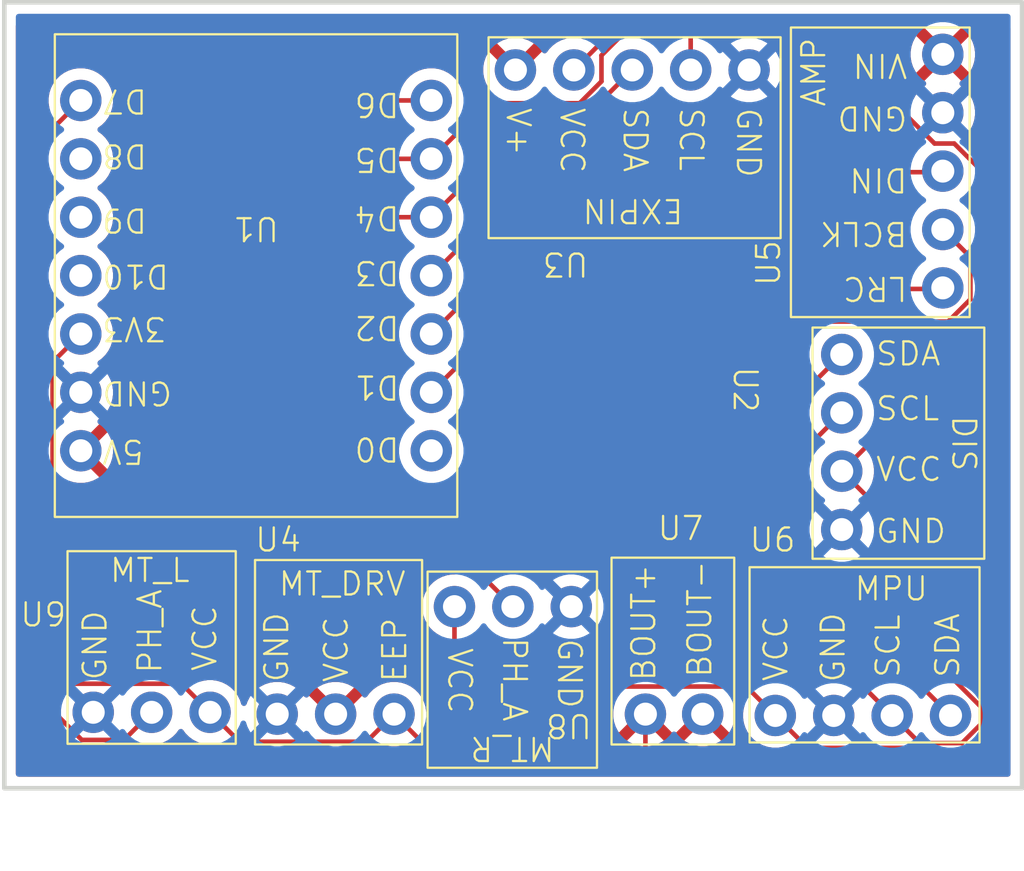
<source format=kicad_pcb>
(kicad_pcb (version 20241229) (generator "pcbnew") (generator_version "9.0")
  (layers (0 "F.Cu" signal) (2 "B.Cu" signal) (13 "F.Paste" user) (15 "B.Paste" user) (5 "F.SilkS" user "F.Silkscreen") (7 "B.SilkS" user "B.Silkscreen") (1 "F.Mask" user) (3 "B.Mask" user) (25 "Edge.Cuts" user))
  (net 0 "")
  (net 1 "Net-(U1-D6)")
  (net 3 "Net-(U1-D1)")
  (net 4 "Net-(U1-D3)")
  (net 6 "+3.3V")
  (net 7 "Net-(U1-D4)")
  (net 8 "Net-(U1-D7)")
  (net 9 "+5V")
  (net 10 "Net-(U1-D5)")
  (net 13 "GND")
  (net 14 "Net-(U1-D2)")
  (footprint "Library:MPU6050" (layer "F.Cu") (at 175.6976 85.5588)
    (property "Reference" "U6" (at -5.1976 -2.5588 0) (layer "F.SilkS") (effects (font (thickness 0.1))))
    (property "Value" "~" (hide yes))
    (fp_rect (start -6.1976 -1.3716) (end 3.8024 6.254) (stroke (width 0.1)) (fill no) (layer "F.SilkS"))
    (fp_text user "MPU" (at -1.6976 0.1524 0) (layer "F.SilkS") (effects (font (thickness 0.1)) (justify left bottom)))
    (fp_text user "GND" (at -1.9812 3.7084 90) (layer "F.SilkS") (effects (font (thickness 0.1)) (justify left bottom)))
    (fp_text user "VCC" (at -4.4704 3.6576 90) (layer "F.SilkS") (effects (font (thickness 0.1)) (justify left bottom)))
    (fp_text user "SCL" (at 0.4064 3.5052 90) (layer "F.SilkS") (effects (font (thickness 0.1)) (justify left bottom)))
    (fp_text user "SDA" (at 2.9972 3.5052 90) (layer "F.SilkS") (effects (font (thickness 0.1)) (justify left bottom)))
    (pad "1" thru_hole circle (at -5.08 5.08) (size 1.8 1.8) (drill 1) (layers "*.Cu" "*.Mask") (net 6 "+3.3V"))
    (pad "2" thru_hole circle (at -2.54 5.08) (size 1.8 1.8) (drill 1) (layers "*.Cu" "*.Mask") (net 13 "GND"))
    (pad "3" thru_hole circle (at 0 5.08) (size 1.8 1.8) (drill 1) (layers "*.Cu" "*.Mask") (net 10 "Net-(U1-D5)"))
    (pad "4" thru_hole circle (at 2.54 5.08) (size 1.8 1.8) (drill 1) (layers "*.Cu" "*.Mask") (net 7 "Net-(U1-D4)"))
  )
  (footprint "Library:Motor_Driver" (layer "F.Cu") (at 151.5 85.5)
    (property "Reference" "U4" (at -2.5 -2.5 0) (layer "F.SilkS") (effects (font (thickness 0.1))))
    (property "Value" "~")
    (fp_rect (start -3.5052 -1.6256) (end 3.7592 6.4008) (stroke (width 0.1)) (fill no) (layer "F.SilkS"))
    (fp_text user "VCC" (at 0.6096 3.7592 90) (layer "F.SilkS") (effects (font (thickness 0.1)) (justify left bottom)))
    (fp_text user "MT_DRV" (at -2.54 0 0) (layer "F.SilkS") (effects (font (thickness 0.1)) (justify left bottom)))
    (fp_text user "EEP" (at 3.1496 3.7592 90) (layer "F.SilkS") (effects (font (thickness 0.1)) (justify left bottom)))
    (fp_text user "GND" (at -1.9812 3.7592 90) (layer "F.SilkS") (effects (font (thickness 0.1)) (justify left bottom)))
    (pad "3" thru_hole circle (at -2.54 5.08) (size 1.8 1.8) (drill 1) (layers "*.Cu" "*.Mask") (net 13 "GND"))
    (pad "4" thru_hole circle (at 0 5.08) (size 1.8 1.8) (drill 1) (layers "*.Cu" "*.Mask") (net 9 "+5V"))
    (pad "12" thru_hole circle (at 2.54 5.08) (size 1.8 1.8) (drill 1) (layers "*.Cu" "*.Mask") (net 6 "+3.3V"))
  )
  (footprint "Library:ESP32S3" (layer "F.Cu") (at 145.5 71.5 180)
    (property "Reference" "U1" (at -2.54 2.04 180) (layer "F.SilkS") (effects (font (thickness 0.1))))
    (property "Value" "~")
    (fp_rect (start -11.29 -10.5) (end 6.21 10.5) (stroke (width 0.1)) (fill no) (layer "F.SilkS"))
    (fp_text user "D4" (at -8.8392 3.0988 180) (layer "F.SilkS") (effects (font (thickness 0.1)) (justify left bottom)))
    (fp_text user "D9" (at 2.1336 2.9972 180) (layer "F.SilkS") (effects (font (thickness 0.1)) (justify left bottom)))
    (fp_text user "D5" (at -8.8392 5.6388 180) (layer "F.SilkS") (effects (font (thickness 0.1)) (justify left bottom)))
    (fp_text user "3V3" (at 1.324076 -1.7272 180) (layer "F.SilkS") (effects (font (thickness 0.1)) (justify left bottom)))
    (fp_text user "D7" (at 2.1336 8.1788 180) (layer "F.SilkS") (effects (font (thickness 0.1)) (justify left bottom)))
    (fp_text user "GND" (at 1.038362 -4.5212 180) (layer "F.SilkS") (effects (font (thickness 0.1)) (justify left bottom)))
    (fp_text user "D0" (at -8.8392 -6.9596 180) (layer "F.SilkS") (effects (font (thickness 0.1)) (justify left bottom)))
    (fp_text user "D1" (at -8.8392 -4.2672 180) (layer "F.SilkS") (effects (font (thickness 0.1)) (justify left bottom)))
    (fp_text user "D8" (at 2.1336 5.7912 180) (layer "F.SilkS") (effects (font (thickness 0.1)) (justify left bottom)))
    (fp_text user "D10" (at 1.181219 0.5588 180) (layer "F.SilkS") (effects (font (thickness 0.1)) (justify left bottom)))
    (fp_text user "D3" (at -8.8392 0.7112 180) (layer "F.SilkS") (effects (font (thickness 0.1)) (justify left bottom)))
    (fp_text user "D2" (at -8.8392 -1.6764 180) (layer "F.SilkS") (effects (font (thickness 0.1)) (justify left bottom)))
    (fp_text user "5V" (at 2.276457 -7.0612 180) (layer "F.SilkS") (effects (font (thickness 0.1)) (justify left bottom)))
    (fp_text user "D6" (at -8.8392 8.0264 180) (layer "F.SilkS") (effects (font (thickness 0.1)) (justify left bottom)))
    (pad "0" thru_hole circle (at -10.16 -7.62 180) (size 1.8 1.8) (drill 1) (layers "*.Cu" "*.Mask"))
    (pad "1" thru_hole circle (at -10.16 -5.08 180) (size 1.8 1.8) (drill 1) (layers "*.Cu" "*.Mask") (net 3 "Net-(U1-D1)"))
    (pad "2" thru_hole circle (at -10.16 -2.54 180) (size 1.8 1.8) (drill 1) (layers "*.Cu" "*.Mask") (net 14 "Net-(U1-D2)"))
    (pad "3" thru_hole circle (at -10.16 0 180) (size 1.8 1.8) (drill 1) (layers "*.Cu" "*.Mask") (net 4 "Net-(U1-D3)"))
    (pad "4" thru_hole circle (at -10.16 2.54 180) (size 1.8 1.8) (drill 1) (layers "*.Cu" "*.Mask") (net 7 "Net-(U1-D4)"))
    (pad "5" thru_hole circle (at -10.16 5.08 180) (size 1.8 1.8) (drill 1) (layers "*.Cu" "*.Mask") (net 10 "Net-(U1-D5)"))
    (pad "6" thru_hole circle (at -10.16 7.62 180) (size 1.8 1.8) (drill 1) (layers "*.Cu" "*.Mask") (net 1 "Net-(U1-D6)"))
    (pad "7" thru_hole circle (at 5.08 7.62) (size 1.8 1.8) (drill 1) (layers "*.Cu" "*.Mask") (net 8 "Net-(U1-D7)"))
    (pad "8" thru_hole circle (at 5.08 5.08) (size 1.8 1.8) (drill 1) (layers "*.Cu" "*.Mask"))
    (pad "9" thru_hole circle (at 5.08 2.54) (size 1.8 1.8) (drill 1) (layers "*.Cu" "*.Mask"))
    (pad "10" thru_hole circle (at 5.08 0) (size 1.8 1.8) (drill 1) (layers "*.Cu" "*.Mask"))
    (pad "11" thru_hole circle (at 5.08 -2.54) (size 1.8 1.8) (drill 1) (layers "*.Cu" "*.Mask") (net 6 "+3.3V"))
    (pad "12" thru_hole circle (at 5.08 -5.08) (size 1.8 1.8) (drill 1) (layers "*.Cu" "*.Mask") (net 13 "GND"))
    (pad "13" thru_hole circle (at 5.08 -7.62) (size 1.8 1.8) (drill 1) (layers "*.Cu" "*.Mask") (net 9 "+5V"))
  )
  (footprint "Library:Amplifier" (layer "F.Cu") (at 172.8216 66.9544 90)
    (property "Reference" "U5" (at -4 -2.5 90) (layer "F.SilkS") (effects (font (thickness 0.1))))
    (property "Value" "~")
    (fp_rect (start -6.35 -1.524) (end 6.2484 6.2484) (stroke (width 0.1)) (fill no) (layer "F.SilkS"))
    (fp_text user "AMP" (at 2.7432 0.0508 90) (layer "F.SilkS") (effects (font (thickness 0.1)) (justify left bottom)))
    (fp_text user "DIN" (at 0.2032 3.6068 180) (layer "F.SilkS") (effects (font (thickness 0.1)) (justify left bottom)))
    (fp_text user "VIN" (at 5.1816 3.6068 180) (layer "F.SilkS") (effects (font (thickness 0.1)) (justify left bottom)))
    (fp_text user "BCLK" (at -2.1336 3.6068 180) (layer "F.SilkS") (effects (font (thickness 0.1)) (justify left bottom)))
    (fp_text user "GND" (at 2.8956 3.6068 180) (layer "F.SilkS") (effects (font (thickness 0.1)) (justify left bottom)))
    (fp_text user "LRC" (at -4.5212 3.6068 180) (layer "F.SilkS") (effects (font (thickness 0.1)) (justify left bottom)))
    (pad "1" thru_hole circle (at -5.08 5.08 90) (size 1.8 1.8) (drill 1) (layers "*.Cu" "*.Mask") (net 14 "Net-(U1-D2)"))
    (pad "2" thru_hole circle (at -2.54 5.08 90) (size 1.8 1.8) (drill 1) (layers "*.Cu" "*.Mask") (net 3 "Net-(U1-D1)"))
    (pad "3" thru_hole circle (at 0 5.08 90) (size 1.8 1.8) (drill 1) (layers "*.Cu" "*.Mask") (net 4 "Net-(U1-D3)"))
    (pad "4" thru_hole circle (at 2.54 5.08 90) (size 1.8 1.8) (drill 1) (layers "*.Cu" "*.Mask") (net 13 "GND"))
    (pad "5" thru_hole circle (at 5.08 5.08 90) (size 1.8 1.8) (drill 1) (layers "*.Cu" "*.Mask") (net 9 "+5V"))
  )
  (footprint "Library:Booster" (layer "F.Cu") (at 170 85.5)
    (property "Reference" "U7" (at -3.5 -3 0) (layer "F.SilkS") (effects (font (thickness 0.1))))
    (property "Value" "~")
    (fp_rect (start -6.5024 -1.7272) (end -1.1684 6.4008) (stroke (width 0.1)) (fill no) (layer "F.SilkS"))
    (fp_text user "BOUT+" (at -4.5212 3.7084 90) (layer "F.SilkS") (effects (font (thickness 0.1)) (justify left bottom)))
    (fp_text user "BOUT-" (at -2.0828 3.556 90) (layer "F.SilkS") (effects (font (thickness 0.1)) (justify left bottom)))
    (pad "1" thru_hole circle (at -5.0292 5.08) (size 1.8 1.8) (drill 1) (layers "*.Cu" "*.Mask") (net 9 "+5V"))
    (pad "1" thru_hole circle (at -2.54 5.08) (size 1.8 1.8) (drill 1) (layers "*.Cu" "*.Mask") (net 9 "+5V"))
  )
  (footprint "Library:OLED_Display" (layer "F.Cu") (at 178.5874 80.01 -90)
    (property "Reference" "U2" (at -3.556 9.271 270) (layer "F.SilkS") (effects (font (thickness 0.1))))
    (property "Value" "~")
    (fp_rect (start -6.2484 -1.1176) (end 3.81 6.35) (stroke (width 0.1)) (fill no) (layer "F.SilkS"))
    (fp_text user "GND" (at 3.2004 3.6576 0) (layer "F.SilkS") (effects (font (thickness 0.1)) (justify left bottom)))
    (fp_text user "VCC" (at 0.508 3.6576 0) (layer "F.SilkS") (effects (font (thickness 0.1)) (justify left bottom)))
    (fp_text user "SCL" (at -2.1336 3.6576 0) (layer "F.SilkS") (effects (font (thickness 0.1)) (justify left bottom)))
    (fp_text user "SDA" (at -4.5212 3.6576 0) (layer "F.SilkS") (effects (font (thickness 0.1)) (justify left bottom)))
    (fp_text user "DIS" (at -2.4892 0.3556 270) (layer "F.SilkS") (effects (font (thickness 0.1)) (justify left bottom)))
    (pad "1" thru_hole circle (at -5.08 5.08 270) (size 1.8 1.8) (drill 1) (layers "*.Cu" "*.Mask") (net 7 "Net-(U1-D4)"))
    (pad "2" thru_hole circle (at -2.54 5.08 270) (size 1.8 1.8) (drill 1) (layers "*.Cu" "*.Mask") (net 10 "Net-(U1-D5)"))
    (pad "3" thru_hole circle (at 0 5.08 270) (size 1.8 1.8) (drill 1) (layers "*.Cu" "*.Mask") (net 6 "+3.3V"))
    (pad "4" thru_hole circle (at 2.54 5.08 270) (size 1.8 1.8) (drill 1) (layers "*.Cu" "*.Mask") (net 13 "GND"))
  )
  (footprint "Library:Motor_R" (layer "F.Cu") (at 159.2072 90.9828 180)
    (property "Reference" "U8" (at -2.4384 -0.1016 180) (layer "F.SilkS") (effects (font (thickness 0.1))))
    (property "Value" "~")
    (fp_rect (start -3.6576 -1.9304) (end 3.7084 6.604) (stroke (width 0.1)) (fill no) (layer "F.SilkS"))
    (fp_text user "PH_A" (at 0.508 3.81 270) (layer "F.SilkS") (effects (font (thickness 0.1)) (justify left bottom)))
    (fp_text user "GND" (at -1.8796 3.7592 270) (layer "F.SilkS") (effects (font (thickness 0.1)) (justify left bottom)))
    (fp_text user "VCC" (at 2.8956 3.3528 270) (layer "F.SilkS") (effects (font (thickness 0.1)) (justify left bottom)))
    (fp_text user "MT_R" (at -1.8796 -0.508 180) (layer "F.SilkS") (effects (font (thickness 0.1)) (justify left bottom)))
    (pad "2" thru_hole circle (at -2.54 5.08 180) (size 1.8 1.8) (drill 1) (layers "*.Cu" "*.Mask") (net 13 "GND"))
    (pad "4" thru_hole circle (at 0 5.08 180) (size 1.8 1.8) (drill 1) (layers "*.Cu" "*.Mask") (net 1 "Net-(U1-D6)"))
    (pad "5" thru_hole circle (at 2.54 5.08 180) (size 1.8 1.8) (drill 1) (layers "*.Cu" "*.Mask") (net 6 "+3.3V"))
  )
  (footprint "Library:Motor_L" (layer "F.Cu") (at 140.6552 94.5132)
    (property "Reference" "U9" (at -1.8696 -8.2548 0) (layer "F.SilkS") (effects (font (thickness 0.1))))
    (property "Value" "~")
    (fp_rect (start -0.8128 -11.0236) (end 6.5024 -2.6416) (stroke (width 0.1)) (fill no) (layer "F.SilkS"))
    (fp_text user "MT_L" (at 0.9652 -9.6012 0) (layer "F.SilkS") (effects (font (thickness 0.1)) (justify left bottom)))
    (fp_text user "VCC" (at 5.7404 -5.7404 90) (layer "F.SilkS") (effects (font (thickness 0.1)) (justify left bottom)))
    (fp_text user "PH_A" (at 3.3528 -5.6388 90) (layer "F.SilkS") (effects (font (thickness 0.1)) (justify left bottom)))
    (fp_text user "GND" (at 0.9652 -5.334 90) (layer "F.SilkS") (effects (font (thickness 0.1)) (justify left bottom)))
    (pad "2" thru_hole circle (at 0.3048 -4.0132) (size 1.8 1.8) (drill 1) (layers "*.Cu" "*.Mask") (net 13 "GND"))
    (pad "4" thru_hole circle (at 2.8448 -4.0132) (size 1.8 1.8) (drill 1) (layers "*.Cu" "*.Mask") (net 8 "Net-(U1-D7)"))
    (pad "5" thru_hole circle (at 5.3848 -4.0132) (size 1.8 1.8) (drill 1) (layers "*.Cu" "*.Mask") (net 6 "+3.3V"))
  )
  (footprint "Library:Extension" (layer "F.Cu") (at 166.9384 67.6336 180)
    (property "Reference" "U3" (at 5.4384 -3.3664 180) (layer "F.SilkS") (effects (font (thickness 0.1))))
    (property "Value" "~")
    (fp_rect (start -3.9116 -2.2352) (end 8.7884 6.5024) (stroke (width 0.1)) (fill no) (layer "F.SilkS"))
    (fp_text user "SDA" (at 2.9972 3.5052 270) (layer "F.SilkS") (effects (font (thickness 0.1)) (justify left bottom)))
    (fp_text user "EXPIN" (at 0.254 -0.4572 180) (layer "F.SilkS") (effects (font (thickness 0.1)) (justify left bottom)))
    (fp_text user "SCL" (at 0.5588 3.5052 270) (layer "F.SilkS") (effects (font (thickness 0.1)) (justify left bottom)))
    (fp_text user "GND" (at -1.9304 3.5052 270) (layer "F.SilkS") (effects (font (thickness 0.1)) (justify left bottom)))
    (fp_text user "VCC" (at 5.7404 3.5052 270) (layer "F.SilkS") (effects (font (thickness 0.1)) (justify left bottom)))
    (fp_text user "V+" (at 8.0772 3.5052 270) (layer "F.SilkS") (effects (font (thickness 0.1)) (justify left bottom)))
    (pad "16" thru_hole circle (at 7.62 5.08 180) (size 1.8 1.8) (drill 1) (layers "*.Cu" "*.Mask") (net 9 "+5V"))
    (pad "17" thru_hole circle (at 5.08 5.08 180) (size 1.8 1.8) (drill 1) (layers "*.Cu" "*.Mask") (net 6 "+3.3V"))
    (pad "18" thru_hole circle (at 2.54 5.08 180) (size 1.8 1.8) (drill 1) (layers "*.Cu" "*.Mask") (net 7 "Net-(U1-D4)"))
    (pad "19" thru_hole circle (at 0 5.08 180) (size 1.8 1.8) (drill 1) (layers "*.Cu" "*.Mask") (net 10 "Net-(U1-D5)"))
    (pad "20" thru_hole circle (at -2.54 5.08 180) (size 1.8 1.8) (drill 1) (layers "*.Cu" "*.Mask") (net 13 "GND"))
  )
  (gr_rect (start 137.0936 59.6096) (end 181.3476 93.8048) (stroke (width 0.2)) (fill no) (layer "Edge.Cuts"))
  (segment (start 144.5768 83.058) (end 144.5768 63.9064) (width 0.2) (layer "F.Cu") (net 1))
  (segment (start 156.3624 83.058) (end 144.5768 83.058) (width 0.2) (layer "F.Cu") (net 1))
  (segment (start 144.5768 63.9064) (end 144.6032 63.88) (width 0.2) (layer "F.Cu") (net 1))
  (segment (start 144.6032 63.88) (end 155.66 63.88) (width 0.2) (layer "F.Cu") (net 1))
  (segment (start 159.2072 85.9028) (end 156.3624 83.058) (width 0.2) (layer "F.Cu") (net 1))
  (segment (start 178.58 69.54) (end 178.54 69.54) (width 0.2) (layer "F.Cu") (net 3))
  (segment (start 179.1026 72.531871) (end 178.134471 73.5) (width 0.2) (layer "F.Cu") (net 3))
  (segment (start 179.1026 70.6954) (end 179.1026 72.531871) (width 0.2) (layer "F.Cu") (net 3))
  (segment (start 178.54 69.54) (end 178.5 69.5) (width 0.2) (layer "F.Cu") (net 3))
  (segment (start 178.134471 73.5) (end 158.74 73.5) (width 0.2) (layer "F.Cu") (net 3))
  (segment (start 177.9016 69.4944) (end 179.1026 70.6954) (width 0.2) (layer "F.Cu") (net 3))
  (segment (start 158.74 73.5) (end 155.66 76.58) (width 0.2) (layer "F.Cu") (net 3))
  (segment (start 160.16 67) (end 155.66 71.5) (width 0.2) (layer "F.Cu") (net 4))
  (segment (start 178.58 67) (end 160.16 67) (width 0.2) (layer "F.Cu") (net 4))
  (segment (start 152.839 91.781) (end 147.321 91.781) (width 0.2) (layer "F.Cu") (net 6))
  (segment (start 156.6672 85.9028) (end 156.6672 90.0684) (width 0.2) (layer "F.Cu") (net 6))
  (segment (start 164.1126 60.2994) (end 172.1104 60.2994) (width 0.2) (layer "F.Cu") (net 6))
  (segment (start 172.0284 92.0496) (end 176.5413 92.0496) (width 0.2) (layer "F.Cu") (net 6))
  (segment (start 177.542129 65.7534) (end 172.1104 60.321671) (width 0.2) (layer "F.Cu") (net 6))
  (segment (start 170.6176 90.6388) (end 169.3578 89.379) (width 0.2) (layer "F.Cu") (net 6))
  (segment (start 176.5413 92.0496) (end 176.7325 92.2408) (width 0.2) (layer "F.Cu") (net 6))
  (segment (start 161.8584 62.5536) (end 164.1126 60.2994) (width 0.2) (layer "F.Cu") (net 6))
  (segment (start 156.5818 90.4402) (end 156.6326 90.4402) (width 0.2) (layer "F.Cu") (net 6))
  (segment (start 156.6672 90.3548) (end 156.5818 90.4402) (width 0.2) (layer "F.Cu") (net 6))
  (segment (start 170.6176 90.6388) (end 172.0284 92.0496) (width 0.2) (layer "F.Cu") (net 6))
  (segment (start 155.241 91.781) (end 154.04 90.58) (width 0.2) (layer "F.Cu") (net 6))
  (segment (start 173.5074 80.01) (end 179.979 86.4816) (width 0.2) (layer "F.Cu") (net 6))
  (segment (start 156.6672 90.0684) (end 156.6672 90.3548) (width 0.2) (layer "F.Cu") (net 6))
  (segment (start 147.321 91.781) (end 146.04 90.5) (width 0.2) (layer "F.Cu") (net 6))
  (segment (start 178.399071 65.7534) (end 177.542129 65.7534) (width 0.2) (layer "F.Cu") (net 6))
  (segment (start 156.5818 90.4402) (end 155.241 91.781) (width 0.2) (layer "F.Cu") (net 6))
  (segment (start 179.5036 66.857929) (end 178.399071 65.7534) (width 0.2) (layer "F.Cu") (net 6))
  (segment (start 139.192 89.2556) (end 144.7956 89.2556) (width 0.2) (layer "F.Cu") (net 6))
  (segment (start 173.7875 80.01) (end 173.5074 80.01) (width 0.2) (layer "F.Cu") (net 6))
  (segment (start 178.901171 92.2408) (end 179.092371 92.0496) (width 0.2) (layer "F.Cu") (net 6))
  (segment (start 179.092371 92.0496) (end 179.9336 92.0496) (width 0.2) (layer "F.Cu") (net 6))
  (segment (start 176.7325 92.2408) (end 178.901171 92.2408) (width 0.2) (layer "F.Cu") (net 6))
  (segment (start 154.04 90.58) (end 152.839 91.781) (width 0.2) (layer "F.Cu") (net 6))
  (segment (start 169.3578 89.379) (end 157.3566 89.379) (width 0.2) (layer "F.Cu") (net 6))
  (segment (start 179.9336 92.0496) (end 179.9336 91.208371) (width 0.2) (layer "F.Cu") (net 6))
  (segment (start 179.9336 91.208371) (end 179.979 91.162971) (width 0.2) (layer "F.Cu") (net 6))
  (segment (start 179.979 86.4816) (end 179.979 91.162971) (width 0.2) (layer "F.Cu") (net 6))
  (segment (start 172.1104 60.321671) (end 172.1104 60.2994) (width 0.2) (layer "F.Cu") (net 6))
  (segment (start 139.192 75.268) (end 139.192 89.2556) (width 0.2) (layer "F.Cu") (net 6))
  (segment (start 144.7956 89.2556) (end 146.04 90.5) (width 0.2) (layer "F.Cu") (net 6))
  (segment (start 140.42 74.04) (end 139.192 75.268) (width 0.2) (layer "F.Cu") (net 6))
  (segment (start 179.5036 74.0138) (end 179.5036 66.857929) (width 0.2) (layer "F.Cu") (net 6))
  (segment (start 157.3566 89.379) (end 156.6672 90.0684) (width 0.2) (layer "F.Cu") (net 6))
  (segment (start 173.5074 80.01) (end 179.5036 74.0138) (width 0.2) (layer "F.Cu") (net 6))
  (segment (start 151.13 81.28) (end 151.13 69.2912) (width 0.2) (layer "F.Cu") (net 7))
  (segment (start 150.9268 69.088) (end 151.0548 68.96) (width 0.2) (layer "F.Cu") (net 7))
  (segment (start 158 66.62) (end 155.66 68.96) (width 0.2) (layer "F.Cu") (net 7))
  (segment (start 151.13 69.2912) (end 150.9268 69.088) (width 0.2) (layer "F.Cu") (net 7))
  (segment (start 164.3984 62.5536) (end 162.452 64.5) (width 0.2) (layer "F.Cu") (net 7))
  (segment (start 167.5892 81.28) (end 151.13 81.28) (width 0.2) (layer "F.Cu") (net 7))
  (segment (start 168.8788 81.28) (end 167.5892 81.28) (width 0.2) (layer "F.Cu") (net 7))
  (segment (start 178.2376 90.6388) (end 168.8788 81.28) (width 0.2) (layer "F.Cu") (net 7))
  (segment (start 173.5074 74.93) (end 167.5892 80.8482) (width 0.2) (layer "F.Cu") (net 7))
  (segment (start 167.5892 80.8482) (end 167.5892 81.28) (width 0.2) (layer "F.Cu") (net 7))
  (segment (start 178.58 90.2964) (end 178.2376 90.6388) (width 0.2) (layer "F.Cu") (net 7))
  (segment (start 158 64.5) (end 158 66.62) (width 0.2) (layer "F.Cu") (net 7))
  (segment (start 162.452 64.5) (end 158 64.5) (width 0.2) (layer "F.Cu") (net 7))
  (segment (start 151.0548 68.96) (end 155.66 68.96) (width 0.2) (layer "F.Cu") (net 7))
  (segment (start 140.462529 91.701) (end 142.299 91.701) (width 0.2) (layer "F.Cu") (net 8))
  (segment (start 142.299 91.701) (end 143.5 90.5) (width 0.2) (layer "F.Cu") (net 8))
  (segment (start 138.791 65.509) (end 138.791 90.029471) (width 0.2) (layer "F.Cu") (net 8))
  (segment (start 138.791 90.029471) (end 140.462529 91.701) (width 0.2) (layer "F.Cu") (net 8))
  (segment (start 140.42 63.88) (end 138.791 65.509) (width 0.2) (layer "F.Cu") (net 8))
  (segment (start 164.9708 90.58) (end 164.9708 92.8392) (width 0.2) (layer "F.Cu") (net 9))
  (segment (start 164.9708 92.8392) (end 164.846 92.964) (width 0.2) (layer "F.Cu") (net 9))
  (segment (start 164.846 92.964) (end 165.076 92.964) (width 0.2) (layer "F.Cu") (net 9))
  (segment (start 165.076 92.964) (end 167.46 90.58) (width 0.2) (layer "F.Cu") (net 9))
  (segment (start 164.0781 60.901) (end 163.0594 61.9197) (width 0.2) (layer "F.Cu") (net 10))
  (segment (start 179.578 90.280729) (end 179.578 90.996871) (width 0.2) (layer "F.Cu") (net 10))
  (segment (start 166.9384 62.5536) (end 166.9384 60.9384) (width 0.2) (layer "F.Cu") (net 10))
  (segment (start 179.578 90.996871) (end 178.735071 91.8398) (width 0.2) (layer "F.Cu") (net 10))
  (segment (start 149.2504 79.9675) (end 149.2504 66.2432) (width 0.2) (layer "F.Cu") (net 10))
  (segment (start 178.298871 89.0016) (end 179.578 90.280729) (width 0.2) (layer "F.Cu") (net 10))
  (segment (start 157.5 64) (end 157.5 64.58) (width 0.2) (layer "F.Cu") (net 10))
  (segment (start 162.110471 64) (end 157.5 64) (width 0.2) (layer "F.Cu") (net 10))
  (segment (start 166.901 60.901) (end 164.0781 60.901) (width 0.2) (layer "F.Cu") (net 10))
  (segment (start 149.2504 66.2432) (end 149.4536 66.2432) (width 0.2) (layer "F.Cu") (net 10))
  (segment (start 178.735071 91.8398) (end 176.8986 91.8398) (width 0.2) (layer "F.Cu") (net 10))
  (segment (start 163.0594 61.9197) (end 163.0594 63.051071) (width 0.2) (layer "F.Cu") (net 10))
  (segment (start 163.0594 63.051071) (end 162.110471 64) (width 0.2) (layer "F.Cu") (net 10))
  (segment (start 157.5 64.58) (end 155.66 66.42) (width 0.2) (layer "F.Cu") (net 10))
  (segment (start 170.8404 82.4992) (end 177.3428 89.0016) (width 0.2) (layer "F.Cu") (net 10))
  (segment (start 167.7158 82.657) (end 151.9399 82.657) (width 0.2) (layer "F.Cu") (net 10))
  (segment (start 149.6304 66.42) (end 155.66 66.42) (width 0.2) (layer "F.Cu") (net 10))
  (segment (start 173.5074 77.47) (end 170.8404 80.137) (width 0.2) (layer "F.Cu") (net 10))
  (segment (start 166.9384 60.9384) (end 166.901 60.901) (width 0.2) (layer "F.Cu") (net 10))
  (segment (start 176.8986 91.8398) (end 175.6976 90.6388) (width 0.2) (layer "F.Cu") (net 10))
  (segment (start 151.9399 82.657) (end 149.2504 79.9675) (width 0.2) (layer "F.Cu") (net 10))
  (segment (start 170.8404 80.137) (end 170.8404 82.4992) (width 0.2) (layer "F.Cu") (net 10))
  (segment (start 177.3428 89.0016) (end 178.298871 89.0016) (width 0.2) (layer "F.Cu") (net 10))
  (segment (start 175.6976 90.6388) (end 167.7158 82.657) (width 0.2) (layer "F.Cu") (net 10))
  (segment (start 149.4536 66.2432) (end 149.6304 66.42) (width 0.2) (layer "F.Cu") (net 10))
  (segment (start 157.62 72.08) (end 178.58 72.08) (width 0.2) (layer "F.Cu") (net 14))
  (segment (start 155.66 74.04) (end 157.62 72.08) (width 0.2) (layer "F.Cu") (net 14))
  (zone (net 9) (net_name "+5V") (layer "F.Cu") (connect_pads (clearance 0.5)) (min_thickness 0.25) (fill yes (thermal_gap 0.5) (thermal_bridge_width 0.5))
    (polygon (pts (xy 137.0076 60.5028) (xy 181.3476 60.6256) (xy 181.3476 93.8048) (xy 137.0584 93.8276)))
  )
  (zone (net 13) (net_name "GND") (layer "B.Cu") (priority 1) (connect_pads (clearance 0.5)) (min_thickness 0.25) (fill yes (thermal_gap 0.5) (thermal_bridge_width 0.5))
    (polygon (pts (xy 136.906 59.5376) (xy 181.2968 59.6604) (xy 181.3984 93.754) (xy 137.0584 93.7768)))
  )
)
</source>
